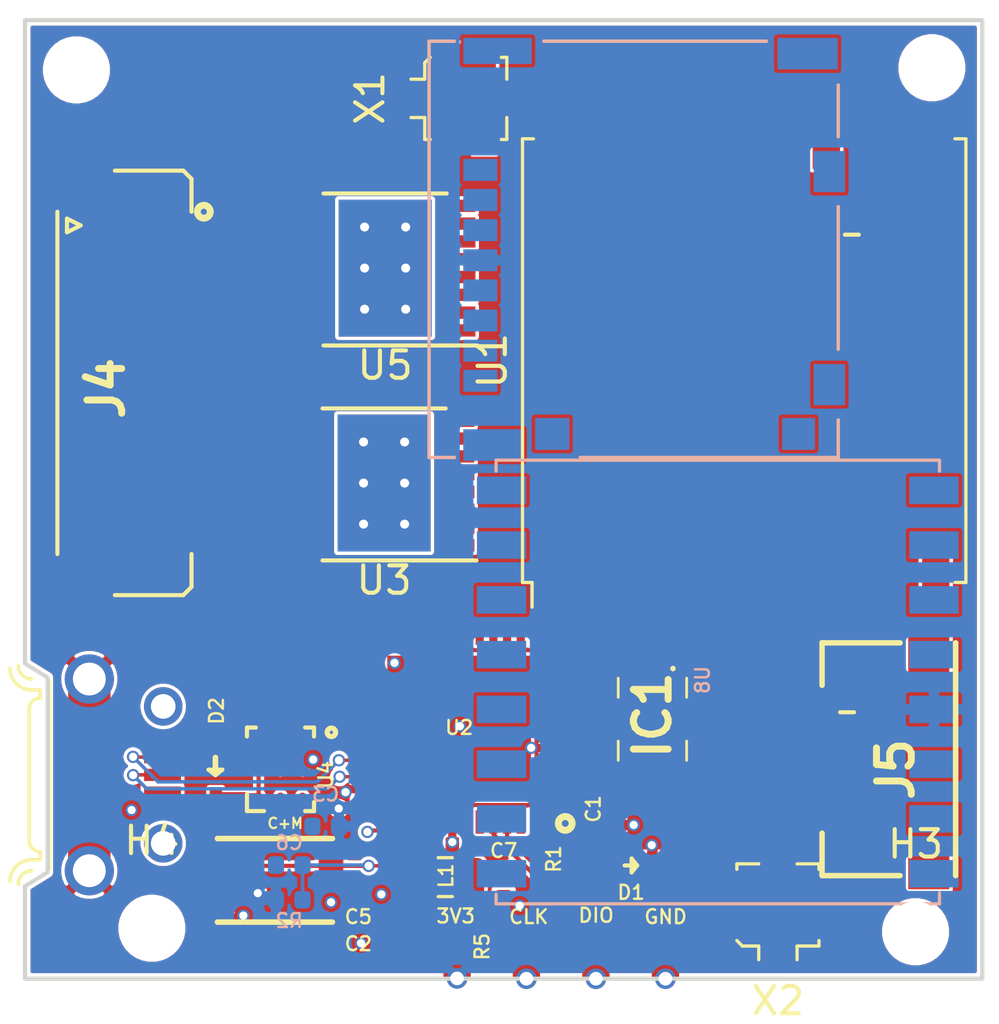
<source format=kicad_pcb>
(kicad_pcb (version 20171130) (host pcbnew "(5.1.4)-1")
  (title_block (title "Project Title"))
  (layers (0 Top power) (1 In1.Cu mixed hide) (2 In2.Cu mixed hide) (31 Bottom power) (34 B.Paste user hide) (35 F.Paste user hide) (36 B.SilkS user) (37 F.SilkS user hide) (38 B.Mask user hide) (39 F.Mask user hide) (44 Edge.Cuts user))
  (net 0 "")
  (net 1 GND)
  (net 2 "Net-(C6-Pad2)")
  (net 3 /USB+)
  (net 4 /USB-)
  (net 5 VUSB)
  (net 6 /SWDIO)
  (net 7 /SWCLK)
  (net 8 /LED1)
  (net 9 MISO)
  (net 10 SCK)
  (net 11 MOSI)
  (net 12 SDA)
  (net 13 SCL)
  (net 14 "Net-(J4-Pad1)")
  (net 15 "Net-(J5-Pad1)")
  (net 16 "Net-(U4-PadB1)")
  (net 17 "Net-(D1-Pad1)")
  (net 18 PA23)
  (net 19 PA22)
  (net 20 PA21)
  (net 21 TX)
  (net 22 RX)
  (net 23 "Net-(L1-Pad1)")
  (net 24 DAC0)
  (net 25 +3V3)
  (net 26 "Net-(U2-Pad24)")
  (net 27 "Net-(U2-Pad23)")
  (net 28 "Net-(U2-Pad22)")
  (net 29 "Net-(U2-Pad20)")
  (net 30 "Net-(D2-Pad1)")
  (net 31 "Net-(J2-Pad4)")
  (net 32 "Net-(J3-Pad1)")
  (net 33 "Net-(U1-Pad9)")
  (net 34 "Net-(U1-Pad11)")
  (net 35 "Net-(U2-Pad37)")
  (net 36 "Net-(U2-Pad27)")
  (net 37 "Net-(U2-Pad16)")
  (net 38 "Net-(C2-Pad1)")
  (net 39 "Net-(U8-Pad7)")
  (net 40 "Net-(U2-Pad11)")
  (net 41 "Net-(U2-Pad28)")
  (net 42 "Net-(U2-Pad29)")
  (net 43 RF_CS)
  (net 44 RF_RST)
  (net 45 RF_DIO3)
  (net 46 RF_BUSY)
  (net 47 RF_DIO0)
  (net 48 RF_DIO1)
  (net 49 RF_DIO2)
  (net 50 PA04)
  (net 51 DAC1)
  (net 52 PA07)
  (net 53 CS_IMU)
  (net 54 "Net-(IC1-Pad11)")
  (net 55 "Net-(IC1-Pad10)")
  (net 56 "Net-(IC1-Pad9)")
  (net 57 "Net-(IC1-Pad4)")
  (net 58 "Net-(J3-Pad8)")
  (net 59 CS_SD)
  (net 60 "Net-(J4-Pad24)")
  (net 61 "Net-(J4-Pad23)")
  (net 62 "Net-(J4-Pad22)")
  (net 63 "Net-(J4-Pad21)")
  (net 64 "Net-(J4-Pad20)")
  (net 65 "Net-(J4-Pad19)")
  (net 66 "Net-(J4-Pad18)")
  (net 67 "Net-(J4-Pad17)")
  (net 68 "Net-(J4-Pad16)")
  (net 69 "Net-(J4-Pad15)")
  (net 70 "Net-(J4-Pad14)")
  (net 71 "Net-(J4-Pad13)")
  (net 72 "Net-(J4-Pad12)")
  (net 73 "Net-(J4-Pad11)")
  (net 74 "Net-(J4-Pad10)")
  (net 75 "Net-(J4-Pad9)")
  (net 76 "Net-(J4-Pad8)")
  (net 77 "Net-(J4-Pad7)")
  (net 78 "Net-(J4-Pad6)")
  (net 79 "Net-(J4-Pad5)")
  (net 80 "Net-(J4-Pad4)")
  (net 81 "Net-(J4-Pad3)")
  (net 82 "Net-(J4-Pad2)")
  (net 83 "Net-(U1-Pad16)")
  (net 84 "Net-(U1-Pad15)")
  (net 85 "Net-(U1-Pad14)")
  (net 86 RF2_BUSY)
  (net 87 "Net-(U1-Pad7)")
  (net 88 RF2_RST)
  (net 89 CS_RF2)
  (net 90 "Net-(U8-Pad9)")
  (net 91 CS_RF1)
  (net 92 "Net-(J5-Pad10)")
  (net 93 "Net-(J5-Pad9)")
  (net 94 "Net-(J5-Pad8)")
  (net 95 "Net-(J5-Pad7)")
  (net 96 "Net-(J5-Pad6)")
  (net 97 "Net-(J5-Pad5)")
  (net 98 "Net-(J5-Pad4)")
  (net 99 "Net-(J5-Pad3)")
  (net 100 "Net-(J5-Pad2)")
  (net 101 "Net-(U3-Pad17)")
  (net 102 "Net-(U3-Pad16)")
  (net 103 "Net-(U3-Pad15)")
  (net 104 "Net-(U3-Pad14)")
  (net 105 "Net-(U3-Pad13)")
  (net 106 "Net-(U3-Pad12)")
  (net 107 "Net-(U3-Pad11)")
  (net 108 "Net-(U3-Pad10)")
  (net 109 "Net-(U3-Pad9)")
  (net 110 "Net-(U3-Pad8)")
  (net 111 "Net-(U3-Pad7)")
  (net 112 "Net-(U3-Pad6)")
  (net 113 "Net-(U3-Pad5)")
  (net 114 "Net-(U3-Pad4)")
  (net 115 "Net-(U3-Pad3)")
  (net 116 "Net-(U3-Pad2)")
  (net 117 "Net-(U3-Pad1)")
  (net 118 "Net-(U5-Pad17)")
  (net 119 "Net-(U5-Pad16)")
  (net 120 "Net-(U5-Pad15)")
  (net 121 "Net-(U5-Pad14)")
  (net 122 "Net-(U5-Pad13)")
  (net 123 "Net-(U5-Pad12)")
  (net 124 "Net-(U5-Pad11)")
  (net 125 "Net-(U5-Pad10)")
  (net 126 "Net-(U5-Pad9)")
  (net 127 "Net-(U5-Pad8)")
  (net 128 "Net-(U5-Pad7)")
  (net 129 "Net-(U5-Pad6)")
  (net 130 "Net-(U5-Pad5)")
  (net 131 "Net-(U5-Pad4)")
  (net 132 "Net-(U5-Pad3)")
  (net 133 "Net-(U5-Pad2)")
  (net 134 "Net-(U5-Pad1)")
  (module Connector_Coaxial:U.FL_Molex_MCRF_73412-0110_Vertical (layer Top) (at 109.2327 106.3498)
    (fp_text reference X2 (at 0 3.5) (layer F.SilkS))
    (fp_text value ANTENNA_U.FL)
    (pad 1 smd rect (at 0 1.5) (size 1 1) (layers Top F.Paste F.Mask) (net 1 GND))
    (pad 2 smd rect (at 0 -1.5) (size 1 1) (layers Top F.Paste F.Mask) (net 1 GND))
    (pad 2 smd rect (at 1.475 0) (size 1.05 2.2) (layers Top F.Paste F.Mask) (net 1 GND))
    (pad 2 smd rect (at -1.475 0) (size 1.05 2.2) (layers Top F.Paste F.Mask) (net 1 GND))
  )
  (module Connector_Coaxial:U.FL_Molex_MCRF_73412-0110_Vertical (layer Top) (at 97.8281 76.8985 270)
    (fp_text reference X1 (at 0 3.5 90) (layer F.SilkS))
    (fp_text value ANTENNA_U.FL)
    (pad 1 smd rect (at 0 1.5 270) (size 1 1) (layers Top F.Paste F.Mask) (net 1 GND))
    (pad 2 smd rect (at 0 -1.5 270) (size 1 1) (layers Top F.Paste F.Mask) (net 1 GND))
    (pad 2 smd rect (at 1.475 0 270) (size 1.05 2.2) (layers Top F.Paste F.Mask) (net 1 GND))
    (pad 2 smd rect (at -1.475 0 270) (size 1.05 2.2) (layers Top F.Paste F.Mask) (net 1 GND))
  )
  (module Package_SO:HTSSOP-16-1EP_4.4x5mm_P0.65mm_EP3.4x5mm_Mask2.46x2.31mm_ThermalVias (layer Top) (at 94.8817 83.0961 180)
    (fp_text reference U5 (at 0 -3.55) (layer F.SilkS))
    (fp_text value DRV8833PWP)
    (pad 17 thru_hole circle (at 0.75 1.5 180) (size 0.75 0.75) (drill 0.33) (layers *.Cu) (net 118 "Net-(U5-Pad17)"))
    (pad 17 thru_hole circle (at -0.75 1.5 180) (size 0.75 0.75) (drill 0.33) (layers *.Cu) (net 118 "Net-(U5-Pad17)"))
    (pad 17 thru_hole circle (at 0.75 0 180) (size 0.75 0.75) (drill 0.33) (layers *.Cu) (net 118 "Net-(U5-Pad17)"))
    (pad 17 thru_hole circle (at -0.75 0 180) (size 0.75 0.75) (drill 0.33) (layers *.Cu) (net 118 "Net-(U5-Pad17)"))
    (pad 17 thru_hole circle (at 0.75 -1.5 180) (size 0.75 0.75) (drill 0.33) (layers *.Cu) (net 118 "Net-(U5-Pad17)"))
    (pad 17 thru_hole circle (at -0.75 -1.5 180) (size 0.75 0.75) (drill 0.33) (layers *.Cu) (net 118 "Net-(U5-Pad17)"))
    (pad 17 smd rect (at 0 0 180) (size 3.4 5) (layers Top) (net 118 "Net-(U5-Pad17)"))
    (pad 16 smd rect (at 2.775 -2.275 180) (size 1.05 0.45) (layers Top F.Paste F.Mask) (net 119 "Net-(U5-Pad16)"))
    (pad 15 smd rect (at 2.775 -1.625 180) (size 1.05 0.45) (layers Top F.Paste F.Mask) (net 120 "Net-(U5-Pad15)"))
    (pad 14 smd rect (at 2.775 -0.975 180) (size 1.05 0.45) (layers Top F.Paste F.Mask) (net 121 "Net-(U5-Pad14)"))
    (pad 13 smd rect (at 2.775 -0.325 180) (size 1.05 0.45) (layers Top F.Paste F.Mask) (net 122 "Net-(U5-Pad13)"))
    (pad 12 smd rect (at 2.775 0.325 180) (size 1.05 0.45) (layers Top F.Paste F.Mask) (net 123 "Net-(U5-Pad12)"))
    (pad 11 smd rect (at 2.775 0.975 180) (size 1.05 0.45) (layers Top F.Paste F.Mask) (net 124 "Net-(U5-Pad11)"))
    (pad 10 smd rect (at 2.775 1.625 180) (size 1.05 0.45) (layers Top F.Paste F.Mask) (net 125 "Net-(U5-Pad10)"))
    (pad 9 smd rect (at 2.775 2.275 180) (size 1.05 0.45) (layers Top F.Paste F.Mask) (net 126 "Net-(U5-Pad9)"))
    (pad 8 smd rect (at -2.775 2.275 180) (size 1.05 0.45) (layers Top F.Paste F.Mask) (net 127 "Net-(U5-Pad8)"))
    (pad 7 smd rect (at -2.775 1.625 180) (size 1.05 0.45) (layers Top F.Paste F.Mask) (net 128 "Net-(U5-Pad7)"))
    (pad 6 smd rect (at -2.775 0.975 180) (size 1.05 0.45) (layers Top F.Paste F.Mask) (net 129 "Net-(U5-Pad6)"))
    (pad 5 smd rect (at -2.775 0.325 180) (size 1.05 0.45) (layers Top F.Paste F.Mask) (net 130 "Net-(U5-Pad5)"))
    (pad 4 smd rect (at -2.775 -0.325 180) (size 1.05 0.45) (layers Top F.Paste F.Mask) (net 131 "Net-(U5-Pad4)"))
    (pad 3 smd rect (at -2.775 -0.975 180) (size 1.05 0.45) (layers Top F.Paste F.Mask) (net 132 "Net-(U5-Pad3)"))
    (pad 2 smd rect (at -2.775 -1.625 180) (size 1.05 0.45) (layers Top F.Paste F.Mask) (net 133 "Net-(U5-Pad2)"))
    (pad 1 smd rect (at -2.775 -2.275 180) (size 1.05 0.45) (layers Top F.Paste F.Mask) (net 134 "Net-(U5-Pad1)"))
    (pad 17 smd rect (at 0 0 180) (size 3.4 5) (layers Bottom) (net 118 "Net-(U5-Pad17)"))
  )
  (module Package_SO:HTSSOP-16-1EP_4.4x5mm_P0.65mm_EP3.4x5mm_Mask2.46x2.31mm_ThermalVias (layer Top) (at 94.8436 90.9447 180)
    (fp_text reference U3 (at 0 -3.55) (layer F.SilkS))
    (fp_text value DRV8833PWP)
    (pad 17 thru_hole circle (at 0.75 1.5 180) (size 0.75 0.75) (drill 0.33) (layers *.Cu) (net 101 "Net-(U3-Pad17)"))
    (pad 17 thru_hole circle (at -0.75 1.5 180) (size 0.75 0.75) (drill 0.33) (layers *.Cu) (net 101 "Net-(U3-Pad17)"))
    (pad 17 thru_hole circle (at 0.75 0 180) (size 0.75 0.75) (drill 0.33) (layers *.Cu) (net 101 "Net-(U3-Pad17)"))
    (pad 17 thru_hole circle (at -0.75 0 180) (size 0.75 0.75) (drill 0.33) (layers *.Cu) (net 101 "Net-(U3-Pad17)"))
    (pad 17 thru_hole circle (at 0.75 -1.5 180) (size 0.75 0.75) (drill 0.33) (layers *.Cu) (net 101 "Net-(U3-Pad17)"))
    (pad 17 thru_hole circle (at -0.75 -1.5 180) (size 0.75 0.75) (drill 0.33) (layers *.Cu) (net 101 "Net-(U3-Pad17)"))
    (pad 17 smd rect (at 0 0 180) (size 3.4 5) (layers Top) (net 101 "Net-(U3-Pad17)"))
    (pad 16 smd rect (at 2.775 -2.275 180) (size 1.05 0.45) (layers Top F.Paste F.Mask) (net 102 "Net-(U3-Pad16)"))
    (pad 15 smd rect (at 2.775 -1.625 180) (size 1.05 0.45) (layers Top F.Paste F.Mask) (net 103 "Net-(U3-Pad15)"))
    (pad 14 smd rect (at 2.775 -0.975 180) (size 1.05 0.45) (layers Top F.Paste F.Mask) (net 104 "Net-(U3-Pad14)"))
    (pad 13 smd rect (at 2.775 -0.325 180) (size 1.05 0.45) (layers Top F.Paste F.Mask) (net 105 "Net-(U3-Pad13)"))
    (pad 12 smd rect (at 2.775 0.325 180) (size 1.05 0.45) (layers Top F.Paste F.Mask) (net 106 "Net-(U3-Pad12)"))
    (pad 11 smd rect (at 2.775 0.975 180) (size 1.05 0.45) (layers Top F.Paste F.Mask) (net 107 "Net-(U3-Pad11)"))
    (pad 10 smd rect (at 2.775 1.625 180) (size 1.05 0.45) (layers Top F.Paste F.Mask) (net 108 "Net-(U3-Pad10)"))
    (pad 9 smd rect (at 2.775 2.275 180) (size 1.05 0.45) (layers Top F.Paste F.Mask) (net 109 "Net-(U3-Pad9)"))
    (pad 8 smd rect (at -2.775 2.275 180) (size 1.05 0.45) (layers Top F.Paste F.Mask) (net 110 "Net-(U3-Pad8)"))
    (pad 7 smd rect (at -2.775 1.625 180) (size 1.05 0.45) (layers Top F.Paste F.Mask) (net 111 "Net-(U3-Pad7)"))
    (pad 6 smd rect (at -2.775 0.975 180) (size 1.05 0.45) (layers Top F.Paste F.Mask) (net 112 "Net-(U3-Pad6)"))
    (pad 5 smd rect (at -2.775 0.325 180) (size 1.05 0.45) (layers Top F.Paste F.Mask) (net 113 "Net-(U3-Pad5)"))
    (pad 4 smd rect (at -2.775 -0.325 180) (size 1.05 0.45) (layers Top F.Paste F.Mask) (net 114 "Net-(U3-Pad4)"))
    (pad 3 smd rect (at -2.775 -0.975 180) (size 1.05 0.45) (layers Top F.Paste F.Mask) (net 115 "Net-(U3-Pad3)"))
    (pad 2 smd rect (at -2.775 -1.625 180) (size 1.05 0.45) (layers Top F.Paste F.Mask) (net 116 "Net-(U3-Pad2)"))
    (pad 1 smd rect (at -2.775 -2.275 180) (size 1.05 0.45) (layers Top F.Paste F.Mask) (net 117 "Net-(U3-Pad1)"))
    (pad 17 smd rect (at 0 0 180) (size 3.4 5) (layers Bottom) (net 101 "Net-(U3-Pad17)"))
  )
  (module MountingHole:MountingHole_2.2mm_M2 (layer Top) (at 114.8588 75.7809)
    (fp_text reference H1 hide)
    (fp_text value MountingHole)
    (pad 1 np_thru_hole circle (at 0 0) (size 2.2 2.2) (drill 2.2) (layers *.Cu *.Mask))
  )
  (module MountingHole:MountingHole_2.2mm_M2 (layer Top) (at 114.2619 107.3277)
    (fp_text reference H3 (at 0 -3.2) (layer F.SilkS))
    (fp_text value MountingHole)
    (pad 1 np_thru_hole circle (at 0 0) (size 2.2 2.2) (drill 2.2) (layers *.Cu *.Mask))
  )
  (module MountingHole:MountingHole_2.2mm_M2 (layer Top) (at 86.36 107.2007)
    (fp_text reference H4 (at 0 -3.2) (layer F.SilkS))
    (fp_text value MountingHole)
    (pad 1 np_thru_hole circle (at 0 0) (size 2.2 2.2) (drill 2.2) (layers *.Cu *.Mask))
  )
  (module MountingHole:MountingHole_2.2mm_M2 (layer Top) (at 83.6041 75.8571)
    (fp_text reference H2 hide)
    (fp_text value MountingHole)
    (pad 1 np_thru_hole circle (at 0 0) (size 2.2 2.2) (drill 2.2) (layers *.Cu *.Mask))
  )
  (module custom-footprints:XF2M-1015-1A (layer Top) (at 110.8456 101.0285 90)
    (fp_text reference J5 (at -0.37186 2.68404 90) (layer F.SilkS) (effects (font (size 1.27 1.27) (thickness 0.254))))
    (fp_text value XF2M-1015-1A hide)
    (pad 12 smd rect (at 3.9 3.9 180) (size 1.5 1.7) (layers Top F.Paste F.Mask))
    (pad 11 smd rect (at -3.9 3.9 180) (size 1.5 1.7) (layers Top F.Paste F.Mask))
    (pad 10 smd rect (at 2.25 0 90) (size 0.25 1.1) (layers Top F.Paste F.Mask) (net 92 "Net-(J5-Pad10)"))
    (pad 9 smd rect (at 1.75 0 90) (size 0.25 1.1) (layers Top F.Paste F.Mask) (net 93 "Net-(J5-Pad9)"))
    (pad 8 smd rect (at 1.25 0 90) (size 0.25 1.1) (layers Top F.Paste F.Mask) (net 94 "Net-(J5-Pad8)"))
    (pad 7 smd rect (at 0.75 0 90) (size 0.25 1.1) (layers Top F.Paste F.Mask) (net 95 "Net-(J5-Pad7)"))
    (pad 6 smd rect (at 0.25 0 90) (size 0.25 1.1) (layers Top F.Paste F.Mask) (net 96 "Net-(J5-Pad6)"))
    (pad 5 smd rect (at -0.25 0 90) (size 0.25 1.1) (layers Top F.Paste F.Mask) (net 97 "Net-(J5-Pad5)"))
    (pad 4 smd rect (at -0.75 0 90) (size 0.25 1.1) (layers Top F.Paste F.Mask) (net 98 "Net-(J5-Pad4)"))
    (pad 3 smd rect (at -1.25 0 90) (size 0.25 1.1) (layers Top F.Paste F.Mask) (net 99 "Net-(J5-Pad3)"))
    (pad 2 smd rect (at -1.75 0 90) (size 0.25 1.1) (layers Top F.Paste F.Mask) (net 100 "Net-(J5-Pad2)"))
    (pad 1 smd rect (at -2.25 0 90) (size 0.25 1.1) (layers Top F.Paste F.Mask) (net 15 "Net-(J5-Pad1)"))
  )
  (module RF_Module:HOPERF_RFM9XW_SMD (layer Bottom) (at 107.0356 98.2091)
    (fp_text reference U8 (at -0.5588 -0.0762 -270) (layer B.SilkS) (effects (font (size 0.508 0.508) (thickness 0.0889)) (justify mirror)))
    (fp_text value RFM95W-915S2)
    (pad 16 smd rect (at 7.9 7) (size 1.8 1) (layers Bottom B.Paste B.Mask) (net 49 RF_DIO2))
    (pad 15 smd rect (at 7.9 5) (size 1.8 1) (layers Bottom B.Paste B.Mask) (net 48 RF_DIO1))
    (pad 14 smd rect (at 7.9 3) (size 1.8 1) (layers Bottom B.Paste B.Mask) (net 47 RF_DIO0))
    (pad 13 smd rect (at 7.9 1) (size 1.8 1) (layers Bottom B.Paste B.Mask) (net 25 +3V3))
    (pad 12 smd rect (at 7.9 -1) (size 1.8 1) (layers Bottom B.Paste B.Mask) (net 46 RF_BUSY))
    (pad 11 smd rect (at 7.9 -3) (size 1.8 1) (layers Bottom B.Paste B.Mask) (net 45 RF_DIO3))
    (pad 10 smd rect (at 7.9 -5) (size 1.8 1) (layers Bottom B.Paste B.Mask) (net 1 GND))
    (pad 9 smd rect (at 7.9 -7) (size 1.8 1) (layers Bottom B.Paste B.Mask) (net 90 "Net-(U8-Pad9)"))
    (pad 8 smd rect (at -7.9 -7) (size 1.8 1) (layers Bottom B.Paste B.Mask) (net 1 GND))
    (pad 7 smd rect (at -7.9 -5) (size 1.8 1) (layers Bottom B.Paste B.Mask) (net 39 "Net-(U8-Pad7)"))
    (pad 6 smd rect (at -7.9 -3) (size 1.8 1) (layers Bottom B.Paste B.Mask) (net 44 RF_RST))
    (pad 5 smd rect (at -7.9 -1) (size 1.8 1) (layers Bottom B.Paste B.Mask) (net 91 CS_RF1))
    (pad 4 smd rect (at -7.9 1) (size 1.8 1) (layers Bottom B.Paste B.Mask) (net 10 SCK))
    (pad 3 smd rect (at -7.9 3) (size 1.8 1) (layers Bottom B.Paste B.Mask) (net 11 MOSI))
    (pad 2 smd rect (at -7.9 5) (size 1.8 1) (layers Bottom B.Paste B.Mask) (net 9 MISO))
    (pad 1 smd rect (at -7.9 7) (size 1.8 1) (layers Bottom B.Paste B.Mask) (net 1 GND))
  )
  (module RF_Module:HOPERF_RFM9XW_SMD (layer Top) (at 108.0008 86.4743 90)
    (fp_text reference U1 (at 0 -9.2 90) (layer F.SilkS))
    (fp_text value RFM95W-915S2)
    (pad 16 smd rect (at 7.9 -7 90) (size 1.8 1) (layers Top F.Paste F.Mask) (net 83 "Net-(U1-Pad16)"))
    (pad 15 smd rect (at 7.9 -5 90) (size 1.8 1) (layers Top F.Paste F.Mask) (net 84 "Net-(U1-Pad15)"))
    (pad 14 smd rect (at 7.9 -3 90) (size 1.8 1) (layers Top F.Paste F.Mask) (net 85 "Net-(U1-Pad14)"))
    (pad 13 smd rect (at 7.9 -1 90) (size 1.8 1) (layers Top F.Paste F.Mask) (net 25 +3V3))
    (pad 12 smd rect (at 7.9 1 90) (size 1.8 1) (layers Top F.Paste F.Mask) (net 86 RF2_BUSY))
    (pad 11 smd rect (at 7.9 3 90) (size 1.8 1) (layers Top F.Paste F.Mask) (net 34 "Net-(U1-Pad11)"))
    (pad 10 smd rect (at 7.9 5 90) (size 1.8 1) (layers Top F.Paste F.Mask) (net 1 GND))
    (pad 9 smd rect (at 7.9 7 90) (size 1.8 1) (layers Top F.Paste F.Mask) (net 33 "Net-(U1-Pad9)"))
    (pad 8 smd rect (at -7.9 7 90) (size 1.8 1) (layers Top F.Paste F.Mask) (net 1 GND))
    (pad 7 smd rect (at -7.9 5 90) (size 1.8 1) (layers Top F.Paste F.Mask) (net 87 "Net-(U1-Pad7)"))
    (pad 6 smd rect (at -7.9 3 90) (size 1.8 1) (layers Top F.Paste F.Mask) (net 88 RF2_RST))
    (pad 5 smd rect (at -7.9 1 90) (size 1.8 1) (layers Top F.Paste F.Mask) (net 89 CS_RF2))
    (pad 4 smd rect (at -7.9 -1 90) (size 1.8 1) (layers Top F.Paste F.Mask) (net 10 SCK))
    (pad 3 smd rect (at -7.9 -3 90) (size 1.8 1) (layers Top F.Paste F.Mask) (net 11 MOSI))
    (pad 2 smd rect (at -7.9 -5 90) (size 1.8 1) (layers Top F.Paste F.Mask) (net 9 MISO))
    (pad 1 smd rect (at -7.9 -7 90) (size 1.8 1) (layers Top F.Paste F.Mask) (net 1 GND))
  )
  (module custom-footprints:XF2M-2415-1A (layer Top) (at 87.757 87.2871 270)
    (fp_text reference J4 (at 0.2 3.075 270) (layer F.SilkS) (effects (font (size 1.27 1.27) (thickness 0.254))))
    (fp_text value xf2m-2415-1a hide)
    (pad 26 smd rect (at 7.4 3.9) (size 1.5 1.7) (layers Top F.Paste F.Mask))
    (pad 25 smd rect (at -7.4 3.9) (size 1.5 1.7) (layers Top F.Paste F.Mask))
    (pad 24 smd rect (at 5.75 0 270) (size 0.25 1.1) (layers Top F.Paste F.Mask) (net 60 "Net-(J4-Pad24)"))
    (pad 23 smd rect (at 5.25 0 270) (size 0.25 1.1) (layers Top F.Paste F.Mask) (net 61 "Net-(J4-Pad23)"))
    (pad 22 smd rect (at 4.75 0 270) (size 0.25 1.1) (layers Top F.Paste F.Mask) (net 62 "Net-(J4-Pad22)"))
    (pad 21 smd rect (at 4.25 0 270) (size 0.25 1.1) (layers Top F.Paste F.Mask) (net 63 "Net-(J4-Pad21)"))
    (pad 20 smd rect (at 3.75 0 270) (size 0.25 1.1) (layers Top F.Paste F.Mask) (net 64 "Net-(J4-Pad20)"))
    (pad 19 smd rect (at 3.25 0 270) (size 0.25 1.1) (layers Top F.Paste F.Mask) (net 65 "Net-(J4-Pad19)"))
    (pad 18 smd rect (at 2.75 0 270) (size 0.25 1.1) (layers Top F.Paste F.Mask) (net 66 "Net-(J4-Pad18)"))
    (pad 17 smd rect (at 2.25 0 270) (size 0.25 1.1) (layers Top F.Paste F.Mask) (net 67 "Net-(J4-Pad17)"))
    (pad 16 smd rect (at 1.75 0 270) (size 0.25 1.1) (layers Top F.Paste F.Mask) (net 68 "Net-(J4-Pad16)"))
    (pad 15 smd rect (at 1.25 0 270) (size 0.25 1.1) (layers Top F.Paste F.Mask) (net 69 "Net-(J4-Pad15)"))
    (pad 14 smd rect (at 0.75 0 270) (size 0.25 1.1) (layers Top F.Paste F.Mask) (net 70 "Net-(J4-Pad14)"))
    (pad 13 smd rect (at 0.25 0 270) (size 0.25 1.1) (layers Top F.Paste F.Mask) (net 71 "Net-(J4-Pad13)"))
    (pad 12 smd rect (at -0.25 0 270) (size 0.25 1.1) (layers Top F.Paste F.Mask) (net 72 "Net-(J4-Pad12)"))
    (pad 11 smd rect (at -0.75 0 270) (size 0.25 1.1) (layers Top F.Paste F.Mask) (net 73 "Net-(J4-Pad11)"))
    (pad 10 smd rect (at -1.25 0 270) (size 0.25 1.1) (layers Top F.Paste F.Mask) (net 74 "Net-(J4-Pad10)"))
    (pad 9 smd rect (at -1.75 0 270) (size 0.25 1.1) (layers Top F.Paste F.Mask) (net 75 "Net-(J4-Pad9)"))
    (pad 8 smd rect (at -2.25 0 270) (size 0.25 1.1) (layers Top F.Paste F.Mask) (net 76 "Net-(J4-Pad8)"))
    (pad 7 smd rect (at -2.75 0 270) (size 0.25 1.1) (layers Top F.Paste F.Mask) (net 77 "Net-(J4-Pad7)"))
    (pad 6 smd rect (at -3.25 0 270) (size 0.25 1.1) (layers Top F.Paste F.Mask) (net 78 "Net-(J4-Pad6)"))
    (pad 5 smd rect (at -3.75 0 270) (size 0.25 1.1) (layers Top F.Paste F.Mask) (net 79 "Net-(J4-Pad5)"))
    (pad 4 smd rect (at -4.25 0 270) (size 0.25 1.1) (layers Top F.Paste F.Mask) (net 80 "Net-(J4-Pad4)"))
    (pad 3 smd rect (at -4.75 0 270) (size 0.25 1.1) (layers Top F.Paste F.Mask) (net 81 "Net-(J4-Pad3)"))
    (pad 2 smd rect (at -5.25 0 270) (size 0.25 1.1) (layers Top F.Paste F.Mask) (net 82 "Net-(J4-Pad2)"))
    (pad 1 smd rect (at -5.75 0 270) (size 0.25 1.1) (layers Top F.Paste F.Mask) (net 14 "Net-(J4-Pad1)"))
  )
  (module custom-footprints:503182-1853_MOLEX-MicroSD (layer Bottom) (at 103.9622 82.4103 270)
    (fp_text reference J3 hide)
    (fp_text value Micro_SD_Card hide)
    (pad SH3 smd rect (at 4.94 -7.15 90) (size 1.5 1.15) (layers Bottom B.Paste B.Mask))
    (pad SH4 smd rect (at -2.84 -7.15 90) (size 1.5 1.15) (layers Bottom B.Paste B.Mask))
    (pad SH5 smd rect (at -7.145 -6.355 180) (size 2.2 1.15) (layers Bottom B.Paste B.Mask))
    (pad DET_T smd rect (at 6.74 -6.025 180) (size 1.2 1.16) (layers Bottom B.Paste B.Mask))
    (pad SW_T smd rect (at 6.74 2.975 180) (size 1.25 1.16) (layers Bottom B.Paste B.Mask))
    (pad SH2 smd rect (at 7.145 5.125 180) (size 2.2 1.15) (layers Bottom B.Paste B.Mask))
    (pad SH1 smd rect (at -7.245 4.975 180) (size 2.5 0.95) (layers Bottom B.Paste B.Mask))
    (pad 8 smd rect (at 4.8 5.605 180) (size 1.24 0.8) (layers Bottom B.Paste B.Mask) (net 58 "Net-(J3-Pad8)"))
    (pad 7 smd rect (at 3.7 5.605 180) (size 1.24 0.8) (layers Bottom B.Paste B.Mask) (net 9 MISO))
    (pad 6 smd rect (at 2.6 5.605 180) (size 1.24 0.8) (layers Bottom B.Paste B.Mask) (net 1 GND))
    (pad 5 smd rect (at 1.5 5.605 180) (size 1.24 0.8) (layers Bottom B.Paste B.Mask) (net 10 SCK))
    (pad 4 smd rect (at 0.4 5.605 180) (size 1.24 0.8) (layers Bottom B.Paste B.Mask) (net 25 +3V3))
    (pad 3 smd rect (at -0.7 5.605 180) (size 1.24 0.8) (layers Bottom B.Paste B.Mask) (net 11 MOSI))
    (pad 2 smd rect (at -1.8 5.605 180) (size 1.24 0.8) (layers Bottom B.Paste B.Mask) (net 59 CS_SD))
    (pad 1 smd rect (at -2.9 5.605 180) (size 1.24 0.8) (layers Bottom B.Paste B.Mask) (net 32 "Net-(J3-Pad1)"))
  )
  (module custom-footprints:BMX160 (layer Top) (at 104.648 99.568 90)
    (fp_text reference IC1 (at 0.15 0 90) (layer F.SilkS) (effects (font (size 1.27 1.27) (thickness 0.254))))
    (fp_text value BMX160 hide)
    (pad 14 smd rect (at 0.5 1.012 90) (size 0.25 0.675) (layers Top F.Paste F.Mask) (net 11 MOSI))
    (pad 13 smd rect (at 0 1.012 90) (size 0.25 0.675) (layers Top F.Paste F.Mask) (net 10 SCK))
    (pad 12 smd rect (at -0.5 1.012 90) (size 0.25 0.675) (layers Top F.Paste F.Mask) (net 53 CS_IMU))
    (pad 11 smd rect (at -1.262 0.75 180) (size 0.25 0.675) (layers Top F.Paste F.Mask) (net 54 "Net-(IC1-Pad11)"))
    (pad 10 smd rect (at -1.262 0.25 180) (size 0.25 0.675) (layers Top F.Paste F.Mask) (net 55 "Net-(IC1-Pad10)"))
    (pad 9 smd rect (at -1.262 -0.25 180) (size 0.25 0.675) (layers Top F.Paste F.Mask) (net 56 "Net-(IC1-Pad9)"))
    (pad 8 smd rect (at -1.262 -0.75 180) (size 0.25 0.675) (layers Top F.Paste F.Mask) (net 25 +3V3))
    (pad 7 smd rect (at -0.5 -1.012 90) (size 0.25 0.675) (layers Top F.Paste F.Mask) (net 1 GND))
    (pad 6 smd rect (at 0 -1.012 90) (size 0.25 0.675) (layers Top F.Paste F.Mask) (net 1 GND))
    (pad 5 smd rect (at 0.5 -1.012 90) (size 0.25 0.675) (layers Top F.Paste F.Mask) (net 25 +3V3))
    (pad 4 smd rect (at 1.262 -0.75 180) (size 0.25 0.675) (layers Top F.Paste F.Mask) (net 57 "Net-(IC1-Pad4)"))
    (pad 3 smd rect (at 1.262 -0.25 180) (size 0.25 0.675) (layers Top F.Paste F.Mask) (net 1 GND))
    (pad 2 smd rect (at 1.262 0.25 180) (size 0.25 0.675) (layers Top F.Paste F.Mask) (net 1 GND))
    (pad 1 smd rect (at 1.262 0.75 180) (size 0.25 0.675) (layers Top F.Paste F.Mask) (net 9 MISO))
  )
  (module custom-footprints:castellated_small_1side (layer Top) (at 105.12298 107.6579 270)
    (fp_text reference J30 hide)
    (fp_text value Conn_01x01)
    (pad 1 smd custom (at 0.762 0 270) (size 1.25 1) (layers Top F.Paste F.Mask) (net 1 GND) (options (clearance outline) (anchor rect)) (primitives (gr_circle (center -0.625 0) (end -0.125 0) (width 0))))
    (pad 1 thru_hole circle (at 1.387 0 270) (size 0.75 0.75) (drill 0.5) (layers *.Cu *.Mask) (net 1 GND))
  )
  (module custom-footprints:castellated_small_1side (layer Top) (at 97.5106 107.6452 270)
    (fp_text reference J29 hide)
    (fp_text value Conn_01x01)
    (pad 1 smd custom (at 0.762 0 270) (size 1.25 1) (layers Top F.Paste F.Mask) (net 25 +3V3) (options (clearance outline) (anchor rect)) (primitives (gr_circle (center -0.625 0) (end -0.125 0) (width 0))))
    (pad 1 thru_hole circle (at 1.387 0 270) (size 0.75 0.75) (drill 0.5) (layers *.Cu *.Mask) (net 25 +3V3))
  )
  (module custom-footprints:castellated_small_1side (layer Top) (at 100.04298 107.6579 270)
    (fp_text reference J28 hide)
    (fp_text value Conn_01x01)
    (pad 1 smd custom (at 0.762 0 270) (size 1.25 1) (layers Top F.Paste F.Mask) (net 7 /SWCLK) (options (clearance outline) (anchor rect)) (primitives (gr_circle (center -0.625 0) (end -0.125 0) (width 0))))
    (pad 1 thru_hole circle (at 1.387 0 270) (size 0.75 0.75) (drill 0.5) (layers *.Cu *.Mask) (net 7 /SWCLK))
  )
  (module custom-footprints:castellated_small_1side (layer Top) (at 102.58298 107.6579 270)
    (fp_text reference J1 hide)
    (fp_text value Conn_01x01)
    (pad 1 smd custom (at 0.762 0 270) (size 1.25 1) (layers Top F.Paste F.Mask) (net 6 /SWDIO) (options (clearance outline) (anchor rect)) (primitives (gr_circle (center -0.625 0) (end -0.125 0) (width 0))))
    (pad 1 thru_hole circle (at 1.387 0 270) (size 0.75 0.75) (drill 0.5) (layers *.Cu *.Mask) (net 6 /SWDIO))
  )
  (module LED_SMD:LED_0603_1608Metric (layer Top) (at 103.8606 104.9274)
    (fp_text reference D1 (at 0.00762 0.9652 180) (layer F.SilkS) (effects (font (size 0.508 0.508) (thickness 0.0889))))
    (fp_text value GREEN)
    (pad 1 smd roundrect (at -0.7875 0) (size 0.875 0.95) (layers Top F.Paste F.Mask) (net 17 "Net-(D1-Pad1)"))
    (pad 2 smd roundrect (at 0.7875 0) (size 0.875 0.95) (layers Top F.Paste F.Mask) (net 1 GND))
  )
  (module Diode_SMD:D_SOD-323 (layer Top) (at 88.6968 101.346 90)
    (fp_text reference D2 (at 2.0828 0.0254 90) (layer F.SilkS) (effects (font (size 0.508 0.508) (thickness 0.0889))))
    (fp_text value RB550V)
    (pad 1 smd rect (at -1.05 0 90) (size 0.6 0.45) (layers Top F.Paste F.Mask) (net 30 "Net-(D2-Pad1)"))
    (pad 2 smd rect (at 1.05 0 90) (size 0.6 0.45) (layers Top F.Paste F.Mask) (net 5 VUSB))
  )
  (module Inductor_SMD:L_0805_2012Metric (layer Top) (at 97.0788 105.3338 180)
    (fp_text reference L1 (at -0.0254 0.0508 270) (layer F.SilkS) (effects (font (size 0.508 0.508) (thickness 0.0889))))
    (fp_text value 10uH)
    (pad 2 smd roundrect (at 0.9375 0 180) (size 0.975 1.4) (layers Top F.Paste F.Mask) (net 38 "Net-(C2-Pad1)"))
    (pad 1 smd roundrect (at -0.9375 0 180) (size 0.975 1.4) (layers Top F.Paste F.Mask) (net 23 "Net-(L1-Pad1)"))
  )
  (module Capacitor_SMD:C_0402_1005Metric (layer Top) (at 95.25 106.7816 180)
    (fp_text reference C5 (at 1.3462 -0.0016 180) (layer F.SilkS) (effects (font (size 0.508 0.508) (thickness 0.0889))))
    (fp_text value 1uF)
    (pad 2 smd roundrect (at 0.485 0 180) (size 0.59 0.64) (layers Top F.Paste F.Mask) (net 1 GND))
    (pad 1 smd roundrect (at -0.485 0 180) (size 0.59 0.64) (layers Top F.Paste F.Mask) (net 38 "Net-(C2-Pad1)"))
  )
  (module Capacitor_SMD:C_0402_1005Metric (layer Bottom) (at 92.71 103.4796 180)
    (fp_text reference C3 (at 0 1.17 180) (layer B.SilkS) (effects (font (size 0.508 0.508) (thickness 0.0889)) (justify mirror)))
    (fp_text value 1uF)
    (pad 2 smd roundrect (at 0.485 0 180) (size 0.59 0.64) (layers Bottom B.Paste B.Mask) (net 1 GND))
    (pad 1 smd roundrect (at -0.485 0 180) (size 0.59 0.64) (layers Bottom B.Paste B.Mask) (net 25 +3V3))
  )
  (module Capacitor_SMD:C_0402_1005Metric (layer Top) (at 95.25 107.76712 180)
    (fp_text reference C2 (at 1.3462 -0.0016 180) (layer F.SilkS) (effects (font (size 0.508 0.508) (thickness 0.0889))))
    (fp_text value 10uF)
    (pad 2 smd roundrect (at 0.485 0 180) (size 0.59 0.64) (layers Top F.Paste F.Mask) (net 1 GND))
    (pad 1 smd roundrect (at -0.485 0 180) (size 0.59 0.64) (layers Top F.Paste F.Mask) (net 38 "Net-(C2-Pad1)"))
  )
  (module Capacitor_SMD:C_0402_1005Metric (layer Top) (at 99.2124 105.6132 270)
    (fp_text reference C7 (at -1.2446 0) (layer F.SilkS) (effects (font (size 0.508 0.508) (thickness 0.0889))))
    (fp_text value 10uF)
    (pad 1 smd roundrect (at -0.485 0 270) (size 0.59 0.64) (layers Top F.Paste F.Mask) (net 25 +3V3))
    (pad 2 smd roundrect (at 0.485 0 270) (size 0.59 0.64) (layers Top F.Paste F.Mask) (net 1 GND))
  )
  (module Capacitor_SMD:C_0402_1005Metric (layer Top) (at 103.28656 102.94874 270)
    (fp_text reference C1 (at -0.10414 0.79756 270) (layer F.SilkS) (effects (font (size 0.508 0.508) (thickness 0.0889))))
    (fp_text value 0.1uF)
    (pad 2 smd roundrect (at 0.485 0 270) (size 0.59 0.64) (layers Top F.Paste F.Mask) (net 1 GND))
    (pad 1 smd roundrect (at -0.485 0 270) (size 0.59 0.64) (layers Top F.Paste F.Mask) (net 25 +3V3))
  )
  (module custom-footprints:10118194-0001LF (layer Top) (at 84.074 101.6 270)
    (fp_text reference J2 hide)
    (fp_text value 10118194-0001LF hide)
    (pad 1 smd rect (at -1.3 -2.675 90) (size 0.45 1.35) (layers Top F.Paste F.Mask) (net 5 VUSB))
    (pad 2 smd rect (at -0.65 -2.675 90) (size 0.45 1.35) (layers Top F.Paste F.Mask) (net 4 /USB-))
    (pad 3 smd rect (at 0 -2.675 90) (size 0.45 1.35) (layers Top F.Paste F.Mask) (net 3 /USB+))
    (pad 4 smd rect (at 0.65 -2.675 90) (size 0.45 1.35) (layers Top F.Paste F.Mask) (net 31 "Net-(J2-Pad4)"))
    (pad 5 smd rect (at 1.3 -2.675 90) (size 0.45 1.35) (layers Top F.Paste F.Mask) (net 1 GND))
    (pad 6 thru_hole circle (at -2.5 -2.7 270) (size 1.408 1.408) (drill 0.9) (layers *.Cu *.Mask))
    (pad 7 thru_hole circle (at 2.5 -2.7 270) (size 1.408 1.408) (drill 0.9) (layers *.Cu *.Mask))
    (pad 8 thru_hole circle (at -3.5 0 270) (size 1.8 1.8) (drill 1.2) (layers *.Cu *.Mask) (net 1 GND))
    (pad 9 thru_hole circle (at 3.5 0 270) (size 1.8 1.8) (drill 1.2) (layers *.Cu *.Mask) (net 1 GND))
    (pad 10 smd rect (at -1 0 270) (size 1.5 1.55) (layers Top F.Paste F.Mask))
    (pad 11 smd rect (at 1 0 270) (size 1.5 1.55) (layers Top F.Paste F.Mask))
    (pad 12 smd rect (at -3.05 0 270) (size 1.5 1.55) (layers Top F.Paste F.Mask))
    (pad 13 smd rect (at 3.05 0 270) (size 1.5 1.55) (layers Top F.Paste F.Mask))
  )
  (module custom-footprints:TPS82740ASIPR (layer Top) (at 91.059 101.3968 90)
    (fp_text reference U4 (at -0.2032 1.651 90) (layer F.SilkS) (effects (font (size 0.508 0.508) (thickness 0.0889))))
    (fp_text value TPS82740BSIPR hide)
    (pad A1 smd circle (at -0.999998 -0.800001 90) (size 0.299999 0.299999) (layers Top) (net 30 "Net-(D2-Pad1)"))
    (pad A2 smd circle (at 0 -0.800001 90) (size 0.299999 0.299999) (layers Top) (net 30 "Net-(D2-Pad1)"))
    (pad A3 smd circle (at 1.000001 -0.800001 90) (size 0.299999 0.299999) (layers Top) (net 30 "Net-(D2-Pad1)"))
    (pad B1 smd circle (at -0.999998 -0.000003 90) (size 0.299999 0.299999) (layers Top) (net 16 "Net-(U4-PadB1)"))
    (pad B2 smd circle (at 0 0 90) (size 0.299999 0.299999) (layers Top) (net 1 GND))
    (pad B3 smd circle (at 1.000001 -0.000003 90) (size 0.299999 0.299999) (layers Top) (net 30 "Net-(D2-Pad1)"))
    (pad C1 smd circle (at -0.999998 0.799998 90) (size 0.299999 0.299999) (layers Top) (net 25 +3V3))
    (pad C2 smd circle (at 0 0.799998 90) (size 0.299999 0.299999) (layers Top) (net 1 GND))
    (pad C3 smd circle (at 1.000001 0.799998 90) (size 0.299999 0.299999) (layers Top) (net 30 "Net-(D2-Pad1)"))
  )
  (module ATSAMD51G19A-MU:QFN50P700X700X90-49N-D (layer Top) (at 97.5868 99.8728 180)
    (fp_text reference U2 (at 0 0 180) (layer F.SilkS) (effects (font (size 0.508 0.508) (thickness 0.0889))))
    (fp_text value ATSAMD51G_TQFN48 hide)
    (pad 1 smd rect (at -3.45 -2.75 270) (size 0.3 0.85) (layers Top F.Paste F.Mask) (net 46 RF_BUSY))
    (pad 2 smd rect (at -3.45 -2.25 270) (size 0.3 0.85) (layers Top F.Paste F.Mask) (net 45 RF_DIO3))
    (pad 3 smd rect (at -3.45 -1.75 270) (size 0.3 0.85) (layers Top F.Paste F.Mask) (net 24 DAC0))
    (pad 4 smd rect (at -3.45 -1.25 270) (size 0.3 0.85) (layers Top F.Paste F.Mask) (net 25 +3V3))
    (pad 5 smd rect (at -3.45 -0.75 270) (size 0.3 0.85) (layers Top F.Paste F.Mask) (net 1 GND))
    (pad 6 smd rect (at -3.45 -0.25 270) (size 0.3 0.85) (layers Top F.Paste F.Mask) (net 25 +3V3))
    (pad 7 smd rect (at -3.45 0.25 270) (size 0.3 0.85) (layers Top F.Paste F.Mask) (net 21 TX))
    (pad 8 smd rect (at -3.45 0.75 270) (size 0.3 0.85) (layers Top F.Paste F.Mask) (net 22 RX))
    (pad 9 smd rect (at -3.45 1.25 270) (size 0.3 0.85) (layers Top F.Paste F.Mask) (net 50 PA04))
    (pad 10 smd rect (at -3.45 1.75 270) (size 0.3 0.85) (layers Top F.Paste F.Mask) (net 51 DAC1))
    (pad 11 smd rect (at -3.45 2.25 270) (size 0.3 0.85) (layers Top F.Paste F.Mask) (net 40 "Net-(U2-Pad11)"))
    (pad 12 smd rect (at -3.45 2.75 270) (size 0.3 0.85) (layers Top F.Paste F.Mask) (net 52 PA07))
    (pad 13 smd rect (at -2.75 3.45 180) (size 0.3 0.85) (layers Top F.Paste F.Mask) (net 11 MOSI))
    (pad 14 smd rect (at -2.25 3.45 180) (size 0.3 0.85) (layers Top F.Paste F.Mask) (net 10 SCK))
    (pad 15 smd rect (at -1.75 3.45 180) (size 0.3 0.85) (layers Top F.Paste F.Mask) (net 9 MISO))
    (pad 16 smd rect (at -1.25 3.45 180) (size 0.3 0.85) (layers Top F.Paste F.Mask) (net 37 "Net-(U2-Pad16)"))
    (pad 17 smd rect (at -0.75 3.45 180) (size 0.3 0.85) (layers Top F.Paste F.Mask) (net 25 +3V3))
    (pad 18 smd rect (at -0.25 3.45 180) (size 0.3 0.85) (layers Top F.Paste F.Mask) (net 1 GND))
    (pad 19 smd rect (at 0.25 3.45 180) (size 0.3 0.85) (layers Top F.Paste F.Mask) (net 43 RF_CS))
    (pad 20 smd rect (at 0.75 3.45 180) (size 0.3 0.85) (layers Top F.Paste F.Mask) (net 29 "Net-(U2-Pad20)"))
    (pad 21 smd rect (at 1.25 3.45 180) (size 0.3 0.85) (layers Top F.Paste F.Mask) (net 44 RF_RST))
    (pad 22 smd rect (at 1.75 3.45 180) (size 0.3 0.85) (layers Top F.Paste F.Mask) (net 28 "Net-(U2-Pad22)"))
    (pad 23 smd rect (at 2.25 3.45 180) (size 0.3 0.85) (layers Top F.Paste F.Mask) (net 27 "Net-(U2-Pad23)"))
    (pad 24 smd rect (at 2.75 3.45 180) (size 0.3 0.85) (layers Top F.Paste F.Mask) (net 26 "Net-(U2-Pad24)"))
    (pad 25 smd rect (at 3.45 2.75 270) (size 0.3 0.85) (layers Top F.Paste F.Mask) (net 12 SDA))
    (pad 26 smd rect (at 3.45 2.25 270) (size 0.3 0.85) (layers Top F.Paste F.Mask) (net 13 SCL))
    (pad 27 smd rect (at 3.45 1.75 270) (size 0.3 0.85) (layers Top F.Paste F.Mask) (net 36 "Net-(U2-Pad27)"))
    (pad 28 smd rect (at 3.45 1.25 270) (size 0.3 0.85) (layers Top F.Paste F.Mask) (net 41 "Net-(U2-Pad28)"))
    (pad 29 smd rect (at 3.45 0.75 270) (size 0.3 0.85) (layers Top F.Paste F.Mask) (net 42 "Net-(U2-Pad29)"))
    (pad 30 smd rect (at 3.45 0.25 270) (size 0.3 0.85) (layers Top F.Paste F.Mask) (net 20 PA21))
    (pad 31 smd rect (at 3.45 -0.25 270) (size 0.3 0.85) (layers Top F.Paste F.Mask) (net 19 PA22))
    (pad 32 smd rect (at 3.45 -0.75 270) (size 0.3 0.85) (layers Top F.Paste F.Mask) (net 18 PA23))
    (pad 33 smd rect (at 3.45 -1.25 270) (size 0.3 0.85) (layers Top F.Paste F.Mask) (net 4 /USB-))
    (pad 34 smd rect (at 3.45 -1.75 270) (size 0.3 0.85) (layers Top F.Paste F.Mask) (net 3 /USB+))
    (pad 35 smd rect (at 3.45 -2.25 270) (size 0.3 0.85) (layers Top F.Paste F.Mask) (net 1 GND))
    (pad 36 smd rect (at 3.45 -2.75 270) (size 0.3 0.85) (layers Top F.Paste F.Mask) (net 25 +3V3))
    (pad 37 smd rect (at 2.75 -3.45 180) (size 0.3 0.85) (layers Top F.Paste F.Mask) (net 35 "Net-(U2-Pad37)"))
    (pad 38 smd rect (at 2.25 -3.45 180) (size 0.3 0.85) (layers Top F.Paste F.Mask) (net 49 RF_DIO2))
    (pad 39 smd rect (at 1.75 -3.45 180) (size 0.3 0.85) (layers Top F.Paste F.Mask) (net 48 RF_DIO1))
    (pad 40 smd rect (at 1.25 -3.45 180) (size 0.3 0.85) (layers Top F.Paste F.Mask) (net 2 "Net-(C6-Pad2)"))
    (pad 41 smd rect (at 0.75 -3.45 180) (size 0.3 0.85) (layers Top F.Paste F.Mask) (net 38 "Net-(C2-Pad1)"))
    (pad 42 smd rect (at 0.25 -3.45 180) (size 0.3 0.85) (layers Top F.Paste F.Mask) (net 1 GND))
    (pad 43 smd rect (at -0.25 -3.45 180) (size 0.3 0.85) (layers Top F.Paste F.Mask) (net 23 "Net-(L1-Pad1)"))
    (pad 44 smd rect (at -0.75 -3.45 180) (size 0.3 0.85) (layers Top F.Paste F.Mask) (net 25 +3V3))
    (pad 45 smd rect (at -1.25 -3.45 180) (size 0.3 0.85) (layers Top F.Paste F.Mask) (net 7 /SWCLK))
    (pad 46 smd rect (at -1.75 -3.45 180) (size 0.3 0.85) (layers Top F.Paste F.Mask) (net 6 /SWDIO))
    (pad 47 smd rect (at -2.25 -3.45 180) (size 0.3 0.85) (layers Top F.Paste F.Mask) (net 47 RF_DIO0))
    (pad 48 smd rect (at -2.75 -3.45 180) (size 0.3 0.85) (layers Top F.Paste F.Mask) (net 8 /LED1))
    (pad 49 smd rect (at 0 0 180) (size 5.25 5.25) (layers Top F.Paste F.Mask) (net 1 GND))
  )
  (module Capacitor_SMD:C_0402_1005Metric (layer Bottom) (at 91.37904 104.89184)
    (fp_text reference C6 (at 0 -0.8128) (layer B.SilkS) (effects (font (size 0.508 0.508) (thickness 0.0889)) (justify mirror)))
    (fp_text value 1uF)
    (pad 1 smd roundrect (at -0.485 0) (size 0.59 0.64) (layers Bottom B.Paste B.Mask) (net 1 GND))
    (pad 2 smd roundrect (at 0.485 0) (size 0.59 0.64) (layers Bottom B.Paste B.Mask) (net 2 "Net-(C6-Pad2)"))
  )
  (module Resistor_SMD:R_0402_1005Metric (layer Bottom) (at 91.37904 106.16184 180)
    (fp_text reference R2 (at 0 -0.762 180) (layer B.SilkS) (effects (font (size 0.508 0.508) (thickness 0.0889)) (justify mirror)))
    (fp_text value 10K)
    (pad 2 smd roundrect (at 0.485 0 180) (size 0.59 0.64) (layers Bottom B.Paste B.Mask) (net 25 +3V3))
    (pad 1 smd roundrect (at -0.485 0 180) (size 0.59 0.64) (layers Bottom B.Paste B.Mask) (net 2 "Net-(C6-Pad2)"))
  )
  (module Resistor_SMD:R_0402_1005Metric (layer Top) (at 99.0092 107.91952 270)
    (fp_text reference R5 (at -0.04572 0.5842 90) (layer F.SilkS) (effects (font (size 0.508 0.508) (thickness 0.0889))))
    (fp_text value 10K)
    (pad 2 smd roundrect (at 0.485 0 270) (size 0.59 0.64) (layers Top F.Paste F.Mask) (net 7 /SWCLK))
    (pad 1 smd roundrect (at -0.485 0 270) (size 0.59 0.64) (layers Top F.Paste F.Mask) (net 25 +3V3))
  )
  (module "Adafruit Feather M4 Express:BTN_KMR2_4.6X2.8" (layer Top) (at 90.8558 105.45064)
    (fp_text reference SW1 hide)
    (fp_text value "KMR231NG LFS" hide)
    (pad A' smd rect (at -2.05 -0.8) (size 0.9 0.9) (layers Top F.Paste F.Mask) (net 2 "Net-(C6-Pad2)"))
    (pad B' smd rect (at -2.05 0.8) (size 0.9 0.9) (layers Top F.Paste F.Mask) (net 1 GND))
    (pad B smd rect (at 2.05 0.8) (size 0.9 0.9) (layers Top F.Paste F.Mask) (net 1 GND))
    (pad A smd rect (at 2.05 -0.8) (size 0.9 0.9) (layers Top F.Paste F.Mask) (net 2 "Net-(C6-Pad2)"))
  )
  (module Resistor_SMD:R_0402_1005Metric (layer Top) (at 101.8286 104.4448 90)
    (fp_text reference R1 (at -0.2286 -0.7874 90) (layer F.SilkS) (effects (font (size 0.508 0.508) (thickness 0.0889))))
    (fp_text value 330)
    (pad 2 smd roundrect (at 0.485 0 90) (size 0.59 0.64) (layers Top F.Paste F.Mask) (net 8 /LED1))
    (pad 1 smd roundrect (at -0.485 0 90) (size 0.59 0.64) (layers Top F.Paste F.Mask) (net 17 "Net-(D1-Pad1)"))
  )
  (gr_line (start 82.55 98.044) (end 81.7251 97.536) (layer Edge.Cuts) (width 0.15))
  (gr_text GND (at 105.1306 106.7816) (layer F.SilkS) (effects (font (size 0.508 0.508) (thickness 0.0889))))
  (gr_line (start 88.68156 100.965) (end 88.68156 101.4095) (layer F.SilkS) (width 0.2032))
  (gr_line (start 88.93556 101.4095) (end 88.68156 101.6127) (layer F.SilkS) (width 0.15))
  (gr_line (start 88.68156 101.6127) (end 88.42756 101.4095) (layer F.SilkS) (width 0.15))
  (gr_line (start 88.42756 101.4095) (end 88.63076 101.4095) (layer F.SilkS) (width 0.15))
  (gr_line (start 88.68156 101.5111) (end 88.68156 101.4603) (layer F.SilkS) (width 0.15))
  (gr_line (start 88.68156 101.4095) (end 88.93556 101.4095) (layer F.SilkS) (width 0.15))
  (gr_text C+M (at 91.23172 103.37038) (layer F.SilkS) (effects (font (size 0.381 0.381) (thickness 0.0762))))
  (gr_line (start 103.9876 104.90708) (end 103.9368 104.90708) (layer F.SilkS) (width 0.15))
  (gr_line (start 103.886 105.16108) (end 103.886 104.95788) (layer F.SilkS) (width 0.15))
  (gr_line (start 104.0892 104.90708) (end 103.886 105.16108) (layer F.SilkS) (width 0.15))
  (gr_line (start 103.886 104.65308) (end 104.0892 104.90708) (layer F.SilkS) (width 0.15))
  (gr_line (start 103.886 104.90708) (end 103.886 104.65308) (layer F.SilkS) (width 0.15))
  (gr_line (start 103.632 104.90708) (end 103.886 104.90708) (layer F.SilkS) (width 0.15))
  (gr_text 3V3 (at 97.4598 106.7562) (layer F.SilkS) (effects (font (size 0.508 0.508) (thickness 0.0889))))
  (gr_text CLK (at 100.1268 106.7816) (layer F.SilkS) (effects (font (size 0.508 0.508) (thickness 0.0889))))
  (gr_text DIO (at 102.5906 106.7308) (layer F.SilkS) (effects (font (size 0.508 0.508) (thickness 0.0889))))
  (gr_line (start 111.68 81.875) (end 112.188 81.875) (layer F.SilkS) (width 0.15))
  (gr_circle (center 92.91828 100.04552) (end 92.97924 100.05568) (layer F.SilkS) (width 0.15))
  (gr_circle (center 92.91828 100.04552) (end 93.06814 100.13442) (layer F.SilkS) (width 0.15))
  (gr_line (start 111.506 99.314) (end 112.014 99.314) (layer F.SilkS) (width 0.15))
  (gr_line (start 116.7003 109.0416) (end 116.7003 74.0416) (layer Edge.Cuts) (width 0.15))
  (gr_line (start 82.55 105.156) (end 81.7251 105.664) (layer Edge.Cuts) (width 0.15))
  (gr_line (start 81.7251 105.664) (end 81.7251 109.0416) (layer Edge.Cuts) (width 0.15))
  (gr_line (start 82.55 98.044) (end 82.55 105.156) (layer Edge.Cuts) (width 0.15))
  (gr_line (start 81.7251 109.0416) (end 116.7003 109.0416) (layer Edge.Cuts) (width 0.15))
  (gr_line (start 116.7003 74.0416) (end 81.7251 74.0416) (layer Edge.Cuts) (width 0.15))
  (gr_line (start 81.7251 74.0416) (end 81.7251 97.536) (layer Edge.Cuts) (width 0.15))
  (via (at 85.61832 102.88524) (size 0.45) (drill 0.3) (layers Top Bottom) (net 1))
  (segment (start 86.749 102.9) (end 85.63308 102.9) (width 0.3302) (layer Top) (net 1))
  (segment (start 85.63308 102.9) (end 85.61832 102.88524) (width 0.127) (layer Top) (net 1))
  (segment (start 91.8972 101.3968) (end 92.2528 101.0412) (width 0.254) (layer Top) (net 1))
  (segment (start 91.858998 101.3968) (end 91.8972 101.3968) (width 0.254) (layer Top) (net 1))
  (via (at 92.2528 101.0412) (size 0.45) (drill 0.3) (layers Top Bottom) (net 1))
  (segment (start 91.059 101.3968) (end 91.858998 101.3968) (width 0.1524) (layer Top) (net 1))
  (via (at 89.70264 106.73588) (size 0.45) (drill 0.3) (layers Top Bottom) (net 1))
  (segment (start 89.14372 106.73588) (end 89.70264 106.73588) (width 0.1524) (layer Top) (net 1))
  (segment (start 88.8058 106.39796) (end 89.14372 106.73588) (width 0.1524) (layer Top) (net 1))
  (via (at 103.9622 103.4288) (size 0.45) (drill 0.3) (layers Top Bottom) (net 1))
  (segment (start 103.28656 103.43374) (end 103.95726 103.43374) (width 0.254) (layer Top) (net 1))
  (segment (start 103.95726 103.43374) (end 103.9622 103.4288) (width 0.254) (layer Top) (net 1))
  (via (at 95.2246 97.5106) (size 0.45) (drill 0.3) (layers Top Bottom) (net 1))
  (via (at 97.6122 99.822) (size 0.45) (drill 0.3) (layers Top Bottom) (net 1))
  (via (at 92.9058 106.250662) (size 0.45) (drill 0.3) (layers Top Bottom) (net 1))
  (segment (start 92.9058 106.39796) (end 92.9058 106.250662) (width 0.1524) (layer Top) (net 1))
  (via (at 97.33788 104.05364) (size 0.45) (drill 0.3) (layers Top Bottom) (net 1))
  (segment (start 97.3368 104.05256) (end 97.33788 104.05364) (width 0.254) (layer Top) (net 1))
  (segment (start 97.3368 103.3228) (end 97.3368 104.05256) (width 0.254) (layer Top) (net 1))
  (via (at 93.4339 102.22992) (size 0.45) (drill 0.3) (layers Top Bottom) (net 1))
  (segment (start 94.1368 102.1228) (end 93.54102 102.1228) (width 0.254) (layer Top) (net 1))
  (segment (start 93.54102 102.1228) (end 93.4339 102.22992) (width 0.254) (layer Top) (net 1))
  (via (at 100.21824 100.61194) (size 0.45) (drill 0.3) (layers Top Bottom) (net 1))
  (via (at 94.742 105.961958) (size 0.45) (drill 0.3) (layers Top Bottom) (net 1))
  (segment (start 94.765 105.984958) (end 94.742 105.961958) (width 0.254) (layer Top) (net 1))
  (segment (start 94.765 106.7816) (end 94.765 105.984958) (width 0.254) (layer Top) (net 1))
  (via (at 94.001968 107.7468) (size 0.45) (drill 0.3) (layers Top Bottom) (net 1))
  (segment (start 94.022288 107.76712) (end 94.001968 107.7468) (width 0.254) (layer Top) (net 1))
  (segment (start 94.765 107.76712) (end 94.022288 107.76712) (width 0.254) (layer Top) (net 1))
  (via (at 99.796594 106.3752) (size 0.45) (drill 0.3) (layers Top Bottom) (net 1))
  (segment (start 99.2124 106.0982) (end 99.546568 106.432368) (width 0.254) (layer Top) (net 1))
  (segment (start 99.739426 106.432368) (end 99.796594 106.3752) (width 0.254) (layer Top) (net 1))
  (segment (start 99.546568 106.432368) (end 99.739426 106.432368) (width 0.254) (layer Top) (net 1))
  (via (at 104.6226 104.1654) (size 0.45) (drill 0.3) (layers Top Bottom) (net 1))
  (segment (start 104.6481 104.9274) (end 104.6481 104.1909) (width 0.254) (layer Top) (net 1))
  (segment (start 104.6481 104.1909) (end 104.6226 104.1654) (width 0.254) (layer Top) (net 1))
  (segment (start 91.86404 105.31184) (end 91.86404 106.16184) (width 0.127) (layer Bottom) (net 2))
  (segment (start 91.86404 104.89184) (end 91.86404 105.31184) (width 0.127) (layer Bottom) (net 2))
  (via (at 94.27972 104.92232) (size 0.45) (drill 0.3) (layers Top Bottom) (net 2))
  (segment (start 91.86404 104.89184) (end 94.24924 104.89184) (width 0.127) (layer Bottom) (net 2))
  (segment (start 94.24924 104.89184) (end 94.27972 104.92232) (width 0.127) (layer Bottom) (net 2))
  (segment (start 88.8058 104.79796) (end 88.93016 104.92232) (width 0.1524) (layer Top) (net 2))
  (segment (start 88.93016 104.92232) (end 93.961522 104.92232) (width 0.1524) (layer Top) (net 2))
  (segment (start 94.284804 104.927404) (end 94.27972 104.92232) (width 0.127) (layer Bottom) (net 2))
  (segment (start 93.961522 104.92232) (end 94.27972 104.92232) (width 0.1524) (layer Top) (net 2))
  (segment (start 92.9058 104.91238) (end 92.91574 104.92232) (width 0.127) (layer Top) (net 2))
  (segment (start 92.9058 104.65064) (end 92.9058 104.91238) (width 0.127) (layer Top) (net 2))
  (segment (start 94.96368 104.92232) (end 94.597918 104.92232) (width 0.127) (layer Top) (net 2))
  (segment (start 95.457493 104.428507) (end 94.96368 104.92232) (width 0.127) (layer Top) (net 2))
  (segment (start 96.084441 104.428507) (end 95.457493 104.428507) (width 0.127) (layer Top) (net 2))
  (segment (start 96.286 103.272) (end 96.286 103.773656) (width 0.127) (layer Top) (net 2))
  (segment (start 96.286 103.773656) (end 96.300502 103.788158) (width 0.127) (layer Top) (net 2))
  (segment (start 96.300502 103.788158) (end 96.300501 104.212447) (width 0.127) (layer Top) (net 2))
  (segment (start 96.300501 104.212447) (end 96.084441 104.428507) (width 0.127) (layer Top) (net 2))
  (segment (start 94.597918 104.92232) (end 94.27972 104.92232) (width 0.127) (layer Top) (net 2))
  (via (at 85.6742 101.61016) (size 0.45) (drill 0.3) (layers Top Bottom) (net 3))
  (segment (start 86.749 101.6) (end 85.68436 101.6) (width 0.127) (layer Top) (net 3))
  (segment (start 85.68436 101.6) (end 85.6742 101.61016) (width 0.127) (layer Top) (net 3))
  (segment (start 86.172051 102.108011) (end 92.7608 102.108) (width 0.127) (layer Bottom) (net 3))
  (segment (start 85.6742 101.61016) (end 86.172051 102.108011) (width 0.127) (layer Bottom) (net 3))
  (segment (start 94.086 101.572) (end 93.989583 101.668417) (width 0.127) (layer Top) (net 3))
  (segment (start 92.9938 101.893416) (end 93.218799 101.668417) (width 0.127) (layer Bottom) (net 3))
  (segment (start 93.536997 101.668417) (end 93.218799 101.668417) (width 0.127) (layer Top) (net 3))
  (segment (start 92.779205 102.108011) (end 92.9938 101.893416) (width 0.127) (layer Bottom) (net 3))
  (segment (start 92.760815 102.108011) (end 92.779205 102.108011) (width 0.127) (layer Bottom) (net 3))
  (segment (start 93.989583 101.668417) (end 93.536997 101.668417) (width 0.127) (layer Top) (net 3))
  (via (at 93.218799 101.668417) (size 0.45) (drill 0.3) (layers Top Bottom) (net 3))
  (via (at 85.67166 100.94214) (size 0.45) (drill 0.3) (layers Top Bottom) (net 4))
  (segment (start 86.749 100.95) (end 85.67952 100.95) (width 0.127) (layer Top) (net 4))
  (segment (start 85.67952 100.95) (end 85.67166 100.94214) (width 0.127) (layer Top) (net 4))
  (segment (start 86.58352 101.854) (end 92.329 101.854) (width 0.127) (layer Bottom) (net 4))
  (segment (start 85.67166 100.94214) (end 86.58352 101.854) (width 0.127) (layer Bottom) (net 4))
  (segment (start 94.086 101.072) (end 94.080602 101.066602) (width 0.127) (layer Top) (net 4))
  (segment (start 92.405202 101.854) (end 92.967601 101.291601) (width 0.127) (layer Bottom) (net 4))
  (segment (start 92.967601 101.291601) (end 93.1926 101.066602) (width 0.127) (layer Bottom) (net 4))
  (segment (start 92.329006 101.854) (end 92.405202 101.854) (width 0.127) (layer Bottom) (net 4))
  (segment (start 93.510798 101.066602) (end 93.1926 101.066602) (width 0.127) (layer Top) (net 4))
  (segment (start 94.080602 101.066602) (end 93.510798 101.066602) (width 0.127) (layer Top) (net 4))
  (via (at 93.1926 101.066602) (size 0.45) (drill 0.3) (layers Top Bottom) (net 4))
  (segment (start 88.6928 100.3) (end 88.6968 100.296) (width 0.3302) (layer Top) (net 5))
  (segment (start 86.749 100.3) (end 88.6928 100.3) (width 0.3302) (layer Top) (net 5))
  (segment (start 102.4128 107.442) (end 102.6414 107.6706) (width 0.1524) (layer Top) (net 6))
  (segment (start 101.89718 107.442) (end 102.4128 107.442) (width 0.1524) (layer Top) (net 6))
  (segment (start 101.058991 106.603811) (end 101.89718 107.442) (width 0.1524) (layer Top) (net 6))
  (segment (start 101.058991 105.590607) (end 101.058991 106.603811) (width 0.1524) (layer Top) (net 6))
  (segment (start 99.3368 103.3228) (end 99.3368 103.868416) (width 0.1524) (layer Top) (net 6))
  (segment (start 99.3368 103.868416) (end 101.058991 105.590607) (width 0.1524) (layer Top) (net 6))
  (segment (start 100.03254 108.40946) (end 100.04298 108.4199) (width 0.254) (layer Top) (net 7))
  (segment (start 99.03968 108.40946) (end 100.10874 108.40946) (width 0.254) (layer Top) (net 7))
  (segment (start 100.5205 107.2769) (end 100.1268 107.6706) (width 0.1524) (layer Top) (net 7))
  (segment (start 100.5205 105.447262) (end 100.5205 107.2769) (width 0.1524) (layer Top) (net 7))
  (segment (start 98.8368 103.3228) (end 98.8368 103.763562) (width 0.1524) (layer Top) (net 7))
  (segment (start 98.8368 103.763562) (end 100.5205 105.447262) (width 0.1524) (layer Top) (net 7))
  (segment (start 101.1916 103.3228) (end 101.8286 103.9598) (width 0.1524) (layer Top) (net 8))
  (segment (start 100.3368 103.3228) (end 101.1916 103.3228) (width 0.1524) (layer Top) (net 8))
  (segment (start 94.086 97.072) (end 93.811 97.072) (width 0.127) (layer Top) (net 12))
  (segment (start 101.831 104.9274) (end 101.8286 104.9298) (width 0.254) (layer Top) (net 17))
  (segment (start 103.0731 104.9274) (end 101.831 104.9274) (width 0.254) (layer Top) (net 17))
  (segment (start 97.786 103.272) (end 97.8408 103.3268) (width 0.127) (layer Top) (net 23))
  (segment (start 97.8368 105.0273) (end 97.8368 103.3228) (width 0.254) (layer Top) (net 23))
  (segment (start 98.0163 105.2068) (end 97.8368 105.0273) (width 0.254) (layer Top) (net 23))
  (via (at 90.23096 105.918002) (size 0.45) (drill 0.3) (layers Top Bottom) (net 25))
  (segment (start 90.802462 105.918002) (end 90.23096 105.918002) (width 0.1524) (layer Bottom) (net 25))
  (segment (start 90.89404 106.16184) (end 90.89404 106.00958) (width 0.1524) (layer Bottom) (net 25))
  (segment (start 90.89404 106.00958) (end 90.802462 105.918002) (width 0.1524) (layer Bottom) (net 25))
  (segment (start 93.195 103.4796) (end 93.195 102.7914) (width 0.254) (layer Bottom) (net 25))
  (via (at 93.18752 102.82936) (size 0.45) (drill 0.3) (layers Top Bottom) (net 25))
  (segment (start 97.5868 107.6706) (end 97.5868 106.9594) (width 0.254) (layer Top) (net 25))
  (segment (start 97.5868 107.6706) (end 96.8756 107.6706) (width 0.254) (layer Top) (net 25))
  (segment (start 97.5868 107.6706) (end 98.2218 107.6706) (width 0.254) (layer Top) (net 25))
  (segment (start 90.258999 102.396798) (end 90.258999 100.396799) (width 0.1524) (layer Top) (net 30))
  (segment (start 90.258999 100.396799) (end 91.858998 100.396799) (width 0.1524) (layer Top) (net 30))
  (segment (start 89.755218 102.396798) (end 90.258999 102.396798) (width 0.254) (layer Top) (net 30))
  (segment (start 89.252798 102.396798) (end 89.755218 102.396798) (width 0.3302) (layer Top) (net 30))
  (segment (start 88.6968 102.396) (end 89.252 102.396) (width 0.3302) (layer Top) (net 30))
  (segment (start 89.252 102.396) (end 89.252798 102.396798) (width 0.3302) (layer Top) (net 30))
  (via (at 94.234 103.682804) (size 0.45) (drill 0.3) (layers Top Bottom) (net 35))
  (segment (start 94.284804 103.632) (end 94.234 103.682804) (width 0.1524) (layer Top) (net 35))
  (segment (start 94.7928 103.632) (end 94.284804 103.632) (width 0.1524) (layer Top) (net 35))
  (segment (start 94.8368 103.3228) (end 94.8368 103.588) (width 0.1524) (layer Top) (net 35))
  (segment (start 94.8368 103.588) (end 94.7928 103.632) (width 0.1524) (layer Top) (net 35))
  (segment (start 95.735 107.76712) (end 95.735 106.7816) (width 0.254) (layer Top) (net 38))
  (segment (start 96.8368 104.2804) (end 96.8368 103.3228) (width 0.254) (layer Top) (net 38))
  (segment (start 96.1413 105.2068) (end 96.1413 104.9759) (width 0.254) (layer Top) (net 38))
  (segment (start 96.1413 104.9759) (end 96.8368 104.2804) (width 0.254) (layer Top) (net 38))
  (segment (start 96.3676 106.149) (end 96.3676 105.2345) (width 0.254) (layer Top) (net 38))
  (segment (start 95.735 106.7816) (end 96.3676 106.149) (width 0.254) (layer Top) (net 38))
  (segment (start 99.786 103.272) (end 99.8368 103.3228) (width 0.127) (layer Top) (net 47))
  (zone (net 1) (net_name GND) (layer Top) (priority 6) (connect_pads (clearance 0.127)) (min_thickness 0.127) (fill yes (arc_segments 32) (thermal_gap 0.127) (thermal_bridge_width 0.381))
    (polygon (pts (xy 81.7118 74.2442) (xy 116.8908 74.2442) (xy 116.8908 109.4232) (xy 81.7118 109.4232) (xy 81.7118 105.5878) (xy 82.4738 105.1052) (xy 82.5246 98.425) (xy 81.7118 97.917)))
  )
  (zone (net 25) (net_name +3V3) (layer Bottom) (priority 6) (connect_pads (clearance 0.127)) (min_thickness 0.127) (fill yes (arc_segments 32) (thermal_gap 0.127) (thermal_bridge_width 0.381))
    (polygon (pts (xy 81.7118 74.2442) (xy 116.8908 74.2442) (xy 116.8908 109.4232) (xy 81.7118 109.4232) (xy 81.7118 105.5878) (xy 82.4738 105.1052) (xy 82.5246 98.425) (xy 81.7118 97.917)))
  )
)
</source>
